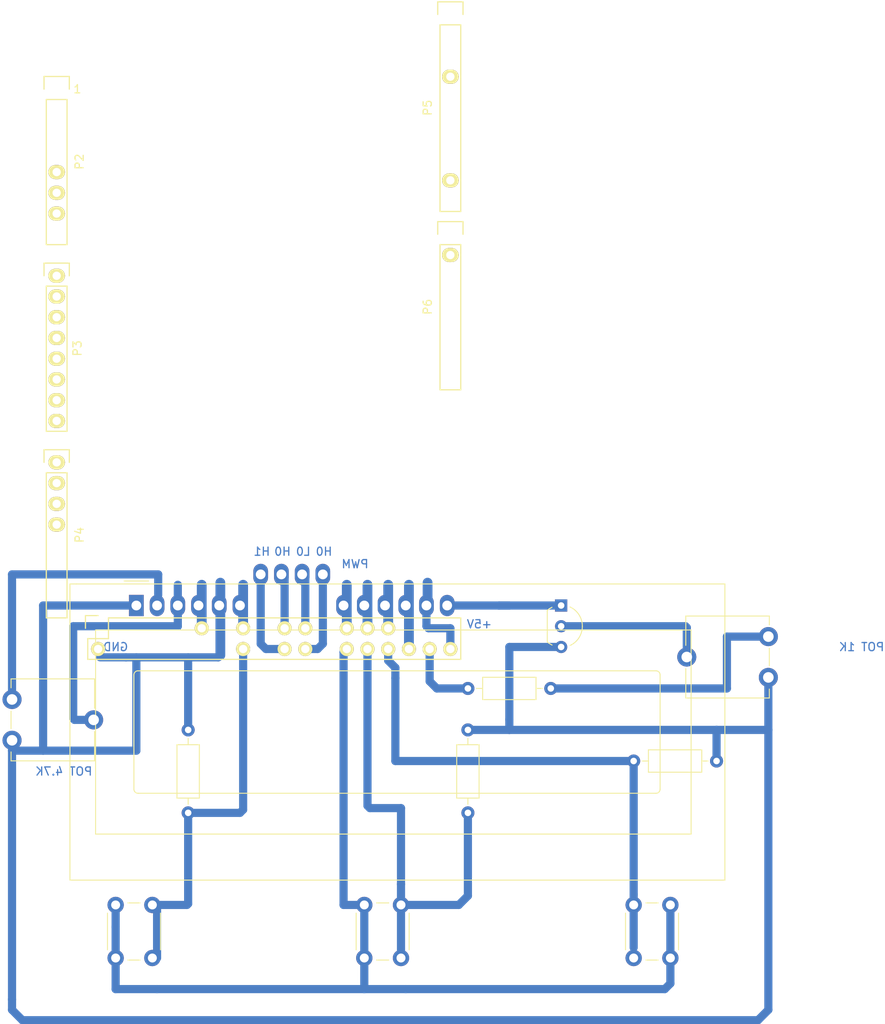
<source format=kicad_pcb>
(kicad_pcb (version 20171130) (host pcbnew 5.0.2-bee76a0~70~ubuntu18.10.1)

  (general
    (thickness 1.6)
    (drawings 10)
    (tracks 103)
    (zones 0)
    (modules 17)
    (nets 1)
  )

  (page A4 portrait)
  (layers
    (0 F.Cu signal)
    (31 B.Cu signal)
    (32 B.Adhes user)
    (33 F.Adhes user)
    (34 B.Paste user)
    (35 F.Paste user)
    (36 B.SilkS user)
    (37 F.SilkS user)
    (38 B.Mask user)
    (39 F.Mask user)
    (40 Dwgs.User user)
    (41 Cmts.User user)
    (42 Eco1.User user)
    (43 Eco2.User user)
    (44 Edge.Cuts user)
    (45 Margin user)
    (46 B.CrtYd user)
    (47 F.CrtYd user)
    (48 B.Fab user)
    (49 F.Fab user hide)
  )

  (setup
    (last_trace_width 1)
    (trace_clearance 0.2)
    (zone_clearance 0.508)
    (zone_45_only no)
    (trace_min 0.2)
    (segment_width 0.2)
    (edge_width 0.15)
    (via_size 0.8)
    (via_drill 0.4)
    (via_min_size 0.4)
    (via_min_drill 0.3)
    (uvia_size 0.3)
    (uvia_drill 0.1)
    (uvias_allowed no)
    (uvia_min_size 0.2)
    (uvia_min_drill 0.1)
    (pcb_text_width 0.3)
    (pcb_text_size 1.5 1.5)
    (mod_edge_width 0.15)
    (mod_text_size 1 1)
    (mod_text_width 0.15)
    (pad_size 1.524 1.524)
    (pad_drill 0.762)
    (pad_to_mask_clearance 0.051)
    (solder_mask_min_width 0.25)
    (aux_axis_origin 0 0)
    (visible_elements FFFFFF7F)
    (pcbplotparams
      (layerselection 0x010fc_ffffffff)
      (usegerberextensions false)
      (usegerberattributes false)
      (usegerberadvancedattributes false)
      (creategerberjobfile false)
      (excludeedgelayer true)
      (linewidth 0.100000)
      (plotframeref false)
      (viasonmask false)
      (mode 1)
      (useauxorigin false)
      (hpglpennumber 1)
      (hpglpenspeed 20)
      (hpglpendiameter 15.000000)
      (psnegative false)
      (psa4output false)
      (plotreference true)
      (plotvalue true)
      (plotinvisibletext false)
      (padsonsilk false)
      (subtractmaskfromsilk false)
      (outputformat 1)
      (mirror false)
      (drillshape 0)
      (scaleselection 1)
      (outputdirectory "./"))
  )

  (net 0 "")

  (net_class Default "This is the default net class."
    (clearance 0.2)
    (trace_width 1)
    (via_dia 0.8)
    (via_drill 0.4)
    (uvia_dia 0.3)
    (uvia_drill 0.1)
  )

  (module Socket_Arduino_Mega:Socket_Strip_Arduino_2x18 locked (layer F.Cu) (tedit 5C4F5883) (tstamp 5C3212E1)
    (at 72.780917 143.758441)
    (descr "Through hole socket strip")
    (tags "socket strip")
    (path /56D743B5)
    (fp_text reference "ARDUINO DIGITAL I/O" (at 23.739083 5.842) (layer B.Adhes)
      (effects (font (size 1 1) (thickness 0.15)) (justify mirror))
    )
    (fp_text value Digital (at 21.59 -4.572) (layer F.Fab)
      (effects (font (size 1 1) (thickness 0.15)))
    )
    (fp_line (start -1.55 -1.55) (end -1.55 0) (layer F.SilkS) (width 0.15))
    (fp_line (start 1.27 1.27) (end 1.27 -1.27) (layer F.SilkS) (width 0.15))
    (fp_line (start -1.27 1.27) (end 1.27 1.27) (layer F.SilkS) (width 0.15))
    (fp_line (start 0 -1.55) (end -1.55 -1.55) (layer F.SilkS) (width 0.15))
    (fp_line (start -1.27 3.81) (end -1.27 1.27) (layer F.SilkS) (width 0.15))
    (fp_line (start 44.45 3.81) (end 44.45 -1.27) (layer F.SilkS) (width 0.15))
    (fp_line (start 44.45 -1.27) (end 1.27 -1.27) (layer F.SilkS) (width 0.15))
    (fp_line (start -1.27 3.81) (end 44.45 3.81) (layer F.SilkS) (width 0.15))
    (fp_line (start -1.75 4.3) (end 44.95 4.3) (layer F.CrtYd) (width 0.05))
    (fp_line (start -1.75 -1.75) (end 44.95 -1.75) (layer F.CrtYd) (width 0.05))
    (fp_line (start 44.95 -1.75) (end 44.95 4.3) (layer F.CrtYd) (width 0.05))
    (fp_line (start -1.75 -1.75) (end -1.75 4.3) (layer F.CrtYd) (width 0.05))
    (pad 29 thru_hole oval (at 33.02 2.54) (size 1.7272 1.7272) (drill 1.016) (layers *.Cu *.Mask F.SilkS))
    (pad 31 thru_hole oval (at 30.48 2.54) (size 1.7272 1.7272) (drill 1.016) (layers *.Cu *.Mask F.SilkS))
    (pad 40 thru_hole oval (at 17.78 0) (size 1.7272 1.7272) (drill 1.016) (layers *.Cu *.Mask F.SilkS))
    (pad 55 thru_hole oval (at 0 2.54) (size 1.7272 1.7272) (drill 1.016) (layers *.Cu *.Mask F.SilkS))
    (pad 27 thru_hole oval (at 35.56 2.54) (size 1.7272 1.7272) (drill 1.016) (layers *.Cu *.Mask F.SilkS))
    (pad 25 thru_hole oval (at 38.1 2.54) (size 1.7272 1.7272) (drill 1.016) (layers *.Cu *.Mask F.SilkS))
    (pad 21 thru_hole oval (at 43.18 2.54) (size 1.7272 1.7272) (drill 1.016) (layers *.Cu *.Mask F.SilkS))
    (pad 26 thru_hole oval (at 35.56 0) (size 1.7272 1.7272) (drill 1.016) (layers *.Cu *.Mask F.SilkS))
    (pad 28 thru_hole oval (at 33.02 0) (size 1.7272 1.7272) (drill 1.016) (layers *.Cu *.Mask F.SilkS))
    (pad 30 thru_hole oval (at 30.48 0) (size 1.7272 1.7272) (drill 1.016) (layers *.Cu *.Mask F.SilkS))
    (pad 23 thru_hole oval (at 40.64 2.54) (size 1.7272 1.7272) (drill 1.016) (layers *.Cu *.Mask F.SilkS))
    (pad 44 thru_hole oval (at 12.7 0) (size 1.7272 1.7272) (drill 1.016) (layers *.Cu *.Mask F.SilkS))
    (pad 34 thru_hole oval (at 25.4 0) (size 1.7272 1.7272) (drill 1.016) (layers *.Cu *.Mask F.SilkS))
    (pad 36 thru_hole oval (at 22.86 0) (size 1.7272 1.7272) (drill 1.016) (layers *.Cu *.Mask F.SilkS))
    (pad 37 thru_hole oval (at 22.86 2.54) (size 1.7272 1.7272) (drill 1.016) (layers *.Cu *.Mask F.SilkS))
    (pad 35 thru_hole oval (at 25.4 2.54) (size 1.7272 1.7272) (drill 1.016) (layers *.Cu *.Mask F.SilkS))
    (pad 41 thru_hole oval (at 17.78 2.54) (size 1.7272 1.7272) (drill 1.016) (layers *.Cu *.Mask F.SilkS))
  )

  (module Display:WC1602A (layer F.Cu) (tedit 5C4F5673) (tstamp 5C3186EE)
    (at 77.47 140.97)
    (descr "LCD 16x2 http://www.wincomlcd.com/pdf/WC1602A-SFYLYHTC06.pdf")
    (tags "LCD 16x2 Alphanumeric 16pin")
    (fp_text reference LCD (at 8.753083 -4.820441) (layer B.Adhes)
      (effects (font (size 1 1) (thickness 0.15)) (justify mirror))
    )
    (fp_text value WC1602A (at -4.31 34.66) (layer F.Fab)
      (effects (font (size 1 1) (thickness 0.15)))
    )
    (fp_line (start -8 33.5) (end -8 -2.5) (layer F.Fab) (width 0.1))
    (fp_line (start 72 33.5) (end -8 33.5) (layer F.Fab) (width 0.1))
    (fp_line (start 72 -2.5) (end 72 33.5) (layer F.Fab) (width 0.1))
    (fp_line (start 1 -2.5) (end 72 -2.5) (layer F.Fab) (width 0.1))
    (fp_line (start -5 28) (end -5 3) (layer F.SilkS) (width 0.12))
    (fp_line (start 68 28) (end -5 28) (layer F.SilkS) (width 0.12))
    (fp_line (start 68 3) (end 68 28) (layer F.SilkS) (width 0.12))
    (fp_line (start -5 3) (end 68 3) (layer F.SilkS) (width 0.12))
    (fp_arc (start 0.20066 8.49884) (end -0.29972 8.49884) (angle 90) (layer F.SilkS) (width 0.12))
    (fp_arc (start 0.20066 22.49932) (end 0.20066 22.9997) (angle 90) (layer F.SilkS) (width 0.12))
    (fp_arc (start 63.70066 22.49932) (end 64.20104 22.49932) (angle 90) (layer F.SilkS) (width 0.12))
    (fp_arc (start 63.7 8.5) (end 63.7 8) (angle 90) (layer F.SilkS) (width 0.12))
    (fp_line (start 64.2 8.5) (end 64.2 22.5) (layer F.SilkS) (width 0.12))
    (fp_line (start 63.70066 23) (end 0.2 23) (layer F.SilkS) (width 0.12))
    (fp_line (start -0.29972 22.49932) (end -0.29972 8.5) (layer F.SilkS) (width 0.12))
    (fp_line (start 0.2 8) (end 63.7 8) (layer F.SilkS) (width 0.12))
    (fp_text user %R (at 30.37 14.74) (layer F.Fab)
      (effects (font (size 1 1) (thickness 0.1)))
    )
    (fp_line (start -1 -2.5) (end -8 -2.5) (layer F.Fab) (width 0.1))
    (fp_line (start 0 -1.5) (end -1 -2.5) (layer F.Fab) (width 0.1))
    (fp_line (start 1 -2.5) (end 0 -1.5) (layer F.Fab) (width 0.1))
    (fp_line (start -8.25 -2.75) (end 72.25 -2.75) (layer F.CrtYd) (width 0.05))
    (fp_line (start -1.5 -3) (end 1.5 -3) (layer F.SilkS) (width 0.12))
    (fp_line (start 72.25 -2.75) (end 72.25 33.75) (layer F.CrtYd) (width 0.05))
    (fp_line (start -8.25 33.75) (end 72.25 33.75) (layer F.CrtYd) (width 0.05))
    (fp_line (start -8.25 -2.75) (end -8.25 33.75) (layer F.CrtYd) (width 0.05))
    (fp_line (start -8.13 -2.64) (end -7.34 -2.64) (layer F.SilkS) (width 0.12))
    (fp_line (start -8.14 -2.64) (end -8.14 33.64) (layer F.SilkS) (width 0.12))
    (fp_line (start 72.14 -2.64) (end -7.34 -2.64) (layer F.SilkS) (width 0.12))
    (fp_line (start 72.14 33.64) (end 72.14 -2.64) (layer F.SilkS) (width 0.12))
    (fp_line (start -8.14 33.64) (end 72.14 33.64) (layer F.SilkS) (width 0.12))
    (pad 16 thru_hole oval (at 38.1 0) (size 1.8 2.6) (drill 1.2) (layers *.Cu *.Mask))
    (pad 15 thru_hole oval (at 35.56 0) (size 1.8 2.6) (drill 1.2) (layers *.Cu *.Mask))
    (pad 14 thru_hole oval (at 33.02 0) (size 1.8 2.6) (drill 1.2) (layers *.Cu *.Mask))
    (pad 13 thru_hole oval (at 30.48 0) (size 1.8 2.6) (drill 1.2) (layers *.Cu *.Mask))
    (pad 12 thru_hole oval (at 27.94 0) (size 1.8 2.6) (drill 1.2) (layers *.Cu *.Mask))
    (pad 11 thru_hole oval (at 25.4 0) (size 1.8 2.6) (drill 1.2) (layers *.Cu *.Mask))
    (pad 10 thru_hole oval (at 22.86 -3.81) (size 1.8 2.6) (drill 1.2) (layers *.Cu *.Mask))
    (pad 9 thru_hole oval (at 20.32 -3.81) (size 1.8 2.6) (drill 1.2) (layers *.Cu *.Mask))
    (pad 8 thru_hole oval (at 17.78 -3.81) (size 1.8 2.6) (drill 1.2) (layers *.Cu *.Mask))
    (pad 7 thru_hole oval (at 15.24 -3.81) (size 1.8 2.6) (drill 1.2) (layers *.Cu *.Mask))
    (pad 6 thru_hole oval (at 12.7 0) (size 1.8 2.6) (drill 1.2) (layers *.Cu *.Mask))
    (pad 5 thru_hole oval (at 10.16 0) (size 1.8 2.6) (drill 1.2) (layers *.Cu *.Mask))
    (pad 4 thru_hole oval (at 7.62 0) (size 1.8 2.6) (drill 1.2) (layers *.Cu *.Mask))
    (pad 3 thru_hole oval (at 5.08 0) (size 1.8 2.6) (drill 1.2) (layers *.Cu *.Mask))
    (pad 2 thru_hole oval (at 2.54 0) (size 1.8 2.6) (drill 1.2) (layers *.Cu *.Mask))
    (pad 1 thru_hole rect (at 0 0) (size 1.8 2.6) (drill 1.2) (layers *.Cu *.Mask))
    (model ${KISYS3DMOD}/Display.3dshapes/WC1602A.wrl
      (at (xyz 0 0 0))
      (scale (xyz 1 1 1))
      (rotate (xyz 0 0 0))
    )
  )

  (module Socket_Arduino_Mega:Socket_Strip_Arduino_1x08 locked (layer F.Cu) (tedit 5C322F4C) (tstamp 5C321340)
    (at 67.700917 77.718441 270)
    (descr "Through hole socket strip")
    (tags "socket strip")
    (path /56D71773)
    (fp_text reference P2 (at 8.89 -2.794 270) (layer F.SilkS)
      (effects (font (size 1 1) (thickness 0.15)))
    )
    (fp_text value Power (at 8.89 -4.318 270) (layer F.Fab)
      (effects (font (size 1 1) (thickness 0.15)))
    )
    (fp_line (start -1.55 -1.55) (end -1.55 1.55) (layer F.SilkS) (width 0.15))
    (fp_line (start 0 -1.55) (end -1.55 -1.55) (layer F.SilkS) (width 0.15))
    (fp_line (start 1.27 1.27) (end 1.27 -1.27) (layer F.SilkS) (width 0.15))
    (fp_line (start -1.55 1.55) (end 0 1.55) (layer F.SilkS) (width 0.15))
    (fp_line (start 19.05 -1.27) (end 1.27 -1.27) (layer F.SilkS) (width 0.15))
    (fp_line (start 19.05 1.27) (end 19.05 -1.27) (layer F.SilkS) (width 0.15))
    (fp_line (start 1.27 1.27) (end 19.05 1.27) (layer F.SilkS) (width 0.15))
    (fp_line (start -1.75 1.75) (end 19.55 1.75) (layer F.CrtYd) (width 0.05))
    (fp_line (start -1.75 -1.75) (end 19.55 -1.75) (layer F.CrtYd) (width 0.05))
    (fp_line (start 19.55 -1.75) (end 19.55 1.75) (layer F.CrtYd) (width 0.05))
    (fp_line (start -1.75 -1.75) (end -1.75 1.75) (layer F.CrtYd) (width 0.05))
    (pad 7 thru_hole oval (at 15.24 0 270) (size 1.7272 2.032) (drill 1.016) (layers *.Cu *.Mask F.SilkS))
    (pad 6 thru_hole oval (at 12.7 0 270) (size 1.7272 2.032) (drill 1.016) (layers *.Cu *.Mask F.SilkS))
    (pad 5 thru_hole oval (at 10.16 0 270) (size 1.7272 2.032) (drill 1.016) (layers *.Cu *.Mask F.SilkS))
  )

  (module Resistor_THT:R_Axial_DIN0207_L6.3mm_D2.5mm_P10.16mm_Horizontal (layer F.Cu) (tedit 5C3CA538) (tstamp 5C3248A5)
    (at 128.27 151.13 180)
    (descr "Resistor, Axial_DIN0207 series, Axial, Horizontal, pin pitch=10.16mm, 0.25W = 1/4W, length*diameter=6.3*2.5mm^2, http://cdn-reichelt.de/documents/datenblatt/B400/1_4W%23YAG.pdf")
    (tags "Resistor Axial_DIN0207 series Axial Horizontal pin pitch 10.16mm 0.25W = 1/4W length 6.3mm diameter 2.5mm")
    (fp_text reference "1.5 K" (at 7.360441 1.133083 270) (layer B.Adhes)
      (effects (font (size 1 1) (thickness 0.15)) (justify mirror))
    )
    (fp_text value R_Axial_DIN0207_L6.3mm_D2.5mm_P10.16mm_Horizontal (at 5.08 2.37 180) (layer F.Fab)
      (effects (font (size 1 1) (thickness 0.15)))
    )
    (fp_text user %R (at 5.08 0 180) (layer F.Fab)
      (effects (font (size 1 1) (thickness 0.15)))
    )
    (fp_line (start 11.21 -1.5) (end -1.05 -1.5) (layer F.CrtYd) (width 0.05))
    (fp_line (start 11.21 1.5) (end 11.21 -1.5) (layer F.CrtYd) (width 0.05))
    (fp_line (start -1.05 1.5) (end 11.21 1.5) (layer F.CrtYd) (width 0.05))
    (fp_line (start -1.05 -1.5) (end -1.05 1.5) (layer F.CrtYd) (width 0.05))
    (fp_line (start 9.12 0) (end 8.35 0) (layer F.SilkS) (width 0.12))
    (fp_line (start 1.04 0) (end 1.81 0) (layer F.SilkS) (width 0.12))
    (fp_line (start 8.35 -1.37) (end 1.81 -1.37) (layer F.SilkS) (width 0.12))
    (fp_line (start 8.35 1.37) (end 8.35 -1.37) (layer F.SilkS) (width 0.12))
    (fp_line (start 1.81 1.37) (end 8.35 1.37) (layer F.SilkS) (width 0.12))
    (fp_line (start 1.81 -1.37) (end 1.81 1.37) (layer F.SilkS) (width 0.12))
    (fp_line (start 10.16 0) (end 8.23 0) (layer F.Fab) (width 0.1))
    (fp_line (start 0 0) (end 1.93 0) (layer F.Fab) (width 0.1))
    (fp_line (start 8.23 -1.25) (end 1.93 -1.25) (layer F.Fab) (width 0.1))
    (fp_line (start 8.23 1.25) (end 8.23 -1.25) (layer F.Fab) (width 0.1))
    (fp_line (start 1.93 1.25) (end 8.23 1.25) (layer F.Fab) (width 0.1))
    (fp_line (start 1.93 -1.25) (end 1.93 1.25) (layer F.Fab) (width 0.1))
    (pad 2 thru_hole oval (at 10.16 0 180) (size 1.6 1.6) (drill 0.8) (layers *.Cu *.Mask))
    (pad 1 thru_hole circle (at 0 0 180) (size 1.6 1.6) (drill 0.8) (layers *.Cu *.Mask))
    (model ${KISYS3DMOD}/Resistor_THT.3dshapes/R_Axial_DIN0207_L6.3mm_D2.5mm_P10.16mm_Horizontal.wrl
      (at (xyz 0 0 0))
      (scale (xyz 1 1 1))
      (rotate (xyz 0 0 0))
    )
  )

  (module Resistor_THT:R_Axial_DIN0207_L6.3mm_D2.5mm_P10.16mm_Horizontal (layer F.Cu) (tedit 5C3CA551) (tstamp 5C32391D)
    (at 148.59 160.02 180)
    (descr "Resistor, Axial_DIN0207 series, Axial, Horizontal, pin pitch=10.16mm, 0.25W = 1/4W, length*diameter=6.3*2.5mm^2, http://cdn-reichelt.de/documents/datenblatt/B400/1_4W%23YAG.pdf")
    (tags "Resistor Axial_DIN0207 series Axial Horizontal pin pitch 10.16mm 0.25W = 1/4W length 6.3mm diameter 2.5mm")
    (fp_text reference "10 K" (at 5.08 0 90) (layer B.Adhes)
      (effects (font (size 1 1) (thickness 0.15)) (justify mirror))
    )
    (fp_text value R_Axial_DIN0207_L6.3mm_D2.5mm_P10.16mm_Horizontal (at 5.08 2.37 180) (layer F.Fab)
      (effects (font (size 1 1) (thickness 0.15)))
    )
    (fp_text user %R (at 5.08 0 180) (layer F.Fab)
      (effects (font (size 1 1) (thickness 0.15)))
    )
    (fp_line (start 11.21 -1.5) (end -1.05 -1.5) (layer F.CrtYd) (width 0.05))
    (fp_line (start 11.21 1.5) (end 11.21 -1.5) (layer F.CrtYd) (width 0.05))
    (fp_line (start -1.05 1.5) (end 11.21 1.5) (layer F.CrtYd) (width 0.05))
    (fp_line (start -1.05 -1.5) (end -1.05 1.5) (layer F.CrtYd) (width 0.05))
    (fp_line (start 9.12 0) (end 8.35 0) (layer F.SilkS) (width 0.12))
    (fp_line (start 1.04 0) (end 1.81 0) (layer F.SilkS) (width 0.12))
    (fp_line (start 8.35 -1.37) (end 1.81 -1.37) (layer F.SilkS) (width 0.12))
    (fp_line (start 8.35 1.37) (end 8.35 -1.37) (layer F.SilkS) (width 0.12))
    (fp_line (start 1.81 1.37) (end 8.35 1.37) (layer F.SilkS) (width 0.12))
    (fp_line (start 1.81 -1.37) (end 1.81 1.37) (layer F.SilkS) (width 0.12))
    (fp_line (start 10.16 0) (end 8.23 0) (layer F.Fab) (width 0.1))
    (fp_line (start 0 0) (end 1.93 0) (layer F.Fab) (width 0.1))
    (fp_line (start 8.23 -1.25) (end 1.93 -1.25) (layer F.Fab) (width 0.1))
    (fp_line (start 8.23 1.25) (end 8.23 -1.25) (layer F.Fab) (width 0.1))
    (fp_line (start 1.93 1.25) (end 8.23 1.25) (layer F.Fab) (width 0.1))
    (fp_line (start 1.93 -1.25) (end 1.93 1.25) (layer F.Fab) (width 0.1))
    (pad 2 thru_hole oval (at 10.16 0 180) (size 1.6 1.6) (drill 0.8) (layers *.Cu *.Mask))
    (pad 1 thru_hole circle (at 0 0 180) (size 1.6 1.6) (drill 0.8) (layers *.Cu *.Mask))
    (model ${KISYS3DMOD}/Resistor_THT.3dshapes/R_Axial_DIN0207_L6.3mm_D2.5mm_P10.16mm_Horizontal.wrl
      (at (xyz 0 0 0))
      (scale (xyz 1 1 1))
      (rotate (xyz 0 0 0))
    )
  )

  (module Resistor_THT:R_Axial_DIN0207_L6.3mm_D2.5mm_P10.16mm_Horizontal (layer F.Cu) (tedit 5C3CA5F9) (tstamp 5C32391D)
    (at 118.11 156.21 270)
    (descr "Resistor, Axial_DIN0207 series, Axial, Horizontal, pin pitch=10.16mm, 0.25W = 1/4W, length*diameter=6.3*2.5mm^2, http://cdn-reichelt.de/documents/datenblatt/B400/1_4W%23YAG.pdf")
    (tags "Resistor Axial_DIN0207 series Axial Horizontal pin pitch 10.16mm 0.25W = 1/4W length 6.3mm diameter 2.5mm")
    (fp_text reference "10 K" (at 5.08 0) (layer B.Adhes)
      (effects (font (size 1 1) (thickness 0.15)) (justify mirror))
    )
    (fp_text value R_Axial_DIN0207_L6.3mm_D2.5mm_P10.16mm_Horizontal (at 5.08 2.37 270) (layer F.Fab) hide
      (effects (font (size 1 1) (thickness 0.15)))
    )
    (fp_line (start 1.93 -1.25) (end 1.93 1.25) (layer F.Fab) (width 0.1))
    (fp_line (start 1.93 1.25) (end 8.23 1.25) (layer F.Fab) (width 0.1))
    (fp_line (start 8.23 1.25) (end 8.23 -1.25) (layer F.Fab) (width 0.1))
    (fp_line (start 8.23 -1.25) (end 1.93 -1.25) (layer F.Fab) (width 0.1))
    (fp_line (start 0 0) (end 1.93 0) (layer F.Fab) (width 0.1))
    (fp_line (start 10.16 0) (end 8.23 0) (layer F.Fab) (width 0.1))
    (fp_line (start 1.81 -1.37) (end 1.81 1.37) (layer F.SilkS) (width 0.12))
    (fp_line (start 1.81 1.37) (end 8.35 1.37) (layer F.SilkS) (width 0.12))
    (fp_line (start 8.35 1.37) (end 8.35 -1.37) (layer F.SilkS) (width 0.12))
    (fp_line (start 8.35 -1.37) (end 1.81 -1.37) (layer F.SilkS) (width 0.12))
    (fp_line (start 1.04 0) (end 1.81 0) (layer F.SilkS) (width 0.12))
    (fp_line (start 9.12 0) (end 8.35 0) (layer F.SilkS) (width 0.12))
    (fp_line (start -1.05 -1.5) (end -1.05 1.5) (layer F.CrtYd) (width 0.05))
    (fp_line (start -1.05 1.5) (end 11.21 1.5) (layer F.CrtYd) (width 0.05))
    (fp_line (start 11.21 1.5) (end 11.21 -1.5) (layer F.CrtYd) (width 0.05))
    (fp_line (start 11.21 -1.5) (end -1.05 -1.5) (layer F.CrtYd) (width 0.05))
    (fp_text user %R (at 5.08 0 270) (layer F.Fab)
      (effects (font (size 1 1) (thickness 0.15)))
    )
    (pad 1 thru_hole circle (at 0 0 270) (size 1.6 1.6) (drill 0.8) (layers *.Cu *.Mask))
    (pad 2 thru_hole oval (at 10.16 0 270) (size 1.6 1.6) (drill 0.8) (layers *.Cu *.Mask))
    (model ${KISYS3DMOD}/Resistor_THT.3dshapes/R_Axial_DIN0207_L6.3mm_D2.5mm_P10.16mm_Horizontal.wrl
      (at (xyz 0 0 0))
      (scale (xyz 1 1 1))
      (rotate (xyz 0 0 0))
    )
  )

  (module Socket_Arduino_Mega:Socket_Strip_Arduino_1x08 locked (layer F.Cu) (tedit 5C31FEFF) (tstamp 5C3212AA)
    (at 115.960917 95.498441 270)
    (descr "Through hole socket strip")
    (tags "socket strip")
    (path /56D734D0)
    (fp_text reference P6 (at 8.89 2.794 270) (layer F.SilkS)
      (effects (font (size 1 1) (thickness 0.15)))
    )
    (fp_text value PWM (at 8.89 4.318 270) (layer F.Fab)
      (effects (font (size 1 1) (thickness 0.15)))
    )
    (fp_line (start -1.55 -1.55) (end -1.55 1.55) (layer F.SilkS) (width 0.15))
    (fp_line (start 0 -1.55) (end -1.55 -1.55) (layer F.SilkS) (width 0.15))
    (fp_line (start 1.27 1.27) (end 1.27 -1.27) (layer F.SilkS) (width 0.15))
    (fp_line (start -1.55 1.55) (end 0 1.55) (layer F.SilkS) (width 0.15))
    (fp_line (start 19.05 -1.27) (end 1.27 -1.27) (layer F.SilkS) (width 0.15))
    (fp_line (start 19.05 1.27) (end 19.05 -1.27) (layer F.SilkS) (width 0.15))
    (fp_line (start 1.27 1.27) (end 19.05 1.27) (layer F.SilkS) (width 0.15))
    (fp_line (start -1.75 1.75) (end 19.55 1.75) (layer F.CrtYd) (width 0.05))
    (fp_line (start -1.75 -1.75) (end 19.55 -1.75) (layer F.CrtYd) (width 0.05))
    (fp_line (start 19.55 -1.75) (end 19.55 1.75) (layer F.CrtYd) (width 0.05))
    (fp_line (start -1.75 -1.75) (end -1.75 1.75) (layer F.CrtYd) (width 0.05))
    (pad 2 thru_hole oval (at 2.54 0 270) (size 1.7272 2.032) (drill 1.016) (layers *.Cu *.Mask F.SilkS))
  )

  (module Socket_Arduino_Mega:Socket_Strip_Arduino_1x10 locked (layer F.Cu) (tedit 5C31FEC3) (tstamp 5C321291)
    (at 115.960917 68.574441 270)
    (descr "Through hole socket strip")
    (tags "socket strip")
    (path /56D72368)
    (fp_text reference P5 (at 11.43 2.794 270) (layer F.SilkS)
      (effects (font (size 1 1) (thickness 0.15)))
    )
    (fp_text value PWM (at 11.43 4.318 270) (layer F.Fab)
      (effects (font (size 1 1) (thickness 0.15)))
    )
    (fp_line (start -1.55 -1.55) (end -1.55 1.55) (layer F.SilkS) (width 0.15))
    (fp_line (start 0 -1.55) (end -1.55 -1.55) (layer F.SilkS) (width 0.15))
    (fp_line (start 1.27 1.27) (end 1.27 -1.27) (layer F.SilkS) (width 0.15))
    (fp_line (start -1.55 1.55) (end 0 1.55) (layer F.SilkS) (width 0.15))
    (fp_line (start 24.13 -1.27) (end 1.27 -1.27) (layer F.SilkS) (width 0.15))
    (fp_line (start 24.13 1.27) (end 24.13 -1.27) (layer F.SilkS) (width 0.15))
    (fp_line (start 1.27 1.27) (end 24.13 1.27) (layer F.SilkS) (width 0.15))
    (fp_line (start -1.75 1.75) (end 24.65 1.75) (layer F.CrtYd) (width 0.05))
    (fp_line (start -1.75 -1.75) (end 24.65 -1.75) (layer F.CrtYd) (width 0.05))
    (fp_line (start 24.65 -1.75) (end 24.65 1.75) (layer F.CrtYd) (width 0.05))
    (fp_line (start -1.75 -1.75) (end -1.75 1.75) (layer F.CrtYd) (width 0.05))
    (pad 9 thru_hole oval (at 20.32 0 270) (size 1.7272 2.032) (drill 1.016) (layers *.Cu *.Mask F.SilkS))
    (pad 4 thru_hole oval (at 7.62 0 270) (size 1.7272 2.032) (drill 1.016) (layers *.Cu *.Mask F.SilkS))
  )

  (module Socket_Arduino_Mega:Socket_Strip_Arduino_1x08 locked (layer F.Cu) (tedit 5C31FE45) (tstamp 5C321314)
    (at 67.700917 123.438441 270)
    (descr "Through hole socket strip")
    (tags "socket strip")
    (path /56D73A0E)
    (fp_text reference P4 (at 8.89 -2.794 270) (layer F.SilkS)
      (effects (font (size 1 1) (thickness 0.15)))
    )
    (fp_text value Analog (at 8.89 -4.318 270) (layer F.Fab)
      (effects (font (size 1 1) (thickness 0.15)))
    )
    (fp_line (start -1.55 -1.55) (end -1.55 1.55) (layer F.SilkS) (width 0.15))
    (fp_line (start 0 -1.55) (end -1.55 -1.55) (layer F.SilkS) (width 0.15))
    (fp_line (start 1.27 1.27) (end 1.27 -1.27) (layer F.SilkS) (width 0.15))
    (fp_line (start -1.55 1.55) (end 0 1.55) (layer F.SilkS) (width 0.15))
    (fp_line (start 19.05 -1.27) (end 1.27 -1.27) (layer F.SilkS) (width 0.15))
    (fp_line (start 19.05 1.27) (end 19.05 -1.27) (layer F.SilkS) (width 0.15))
    (fp_line (start 1.27 1.27) (end 19.05 1.27) (layer F.SilkS) (width 0.15))
    (fp_line (start -1.75 1.75) (end 19.55 1.75) (layer F.CrtYd) (width 0.05))
    (fp_line (start -1.75 -1.75) (end 19.55 -1.75) (layer F.CrtYd) (width 0.05))
    (fp_line (start 19.55 -1.75) (end 19.55 1.75) (layer F.CrtYd) (width 0.05))
    (fp_line (start -1.75 -1.75) (end -1.75 1.75) (layer F.CrtYd) (width 0.05))
    (pad 4 thru_hole oval (at 7.62 0 270) (size 1.7272 2.032) (drill 1.016) (layers *.Cu *.Mask F.SilkS))
    (pad 3 thru_hole oval (at 5.08 0 270) (size 1.7272 2.032) (drill 1.016) (layers *.Cu *.Mask F.SilkS))
    (pad 2 thru_hole oval (at 2.54 0 270) (size 1.7272 2.032) (drill 1.016) (layers *.Cu *.Mask F.SilkS))
    (pad 1 thru_hole oval (at 0 0 270) (size 1.7272 2.032) (drill 1.016) (layers *.Cu *.Mask F.SilkS))
  )

  (module Socket_Arduino_Mega:Socket_Strip_Arduino_1x08 locked (layer F.Cu) (tedit 5521677D) (tstamp 5C32132A)
    (at 67.700917 100.578441 270)
    (descr "Through hole socket strip")
    (tags "socket strip")
    (path /56D72F1C)
    (fp_text reference P3 (at 8.89 -2.54 270) (layer F.SilkS)
      (effects (font (size 1 1) (thickness 0.15)))
    )
    (fp_text value Analog (at 8.89 -4.318 270) (layer F.Fab)
      (effects (font (size 1 1) (thickness 0.15)))
    )
    (fp_line (start -1.55 -1.55) (end -1.55 1.55) (layer F.SilkS) (width 0.15))
    (fp_line (start 0 -1.55) (end -1.55 -1.55) (layer F.SilkS) (width 0.15))
    (fp_line (start 1.27 1.27) (end 1.27 -1.27) (layer F.SilkS) (width 0.15))
    (fp_line (start -1.55 1.55) (end 0 1.55) (layer F.SilkS) (width 0.15))
    (fp_line (start 19.05 -1.27) (end 1.27 -1.27) (layer F.SilkS) (width 0.15))
    (fp_line (start 19.05 1.27) (end 19.05 -1.27) (layer F.SilkS) (width 0.15))
    (fp_line (start 1.27 1.27) (end 19.05 1.27) (layer F.SilkS) (width 0.15))
    (fp_line (start -1.75 1.75) (end 19.55 1.75) (layer F.CrtYd) (width 0.05))
    (fp_line (start -1.75 -1.75) (end 19.55 -1.75) (layer F.CrtYd) (width 0.05))
    (fp_line (start 19.55 -1.75) (end 19.55 1.75) (layer F.CrtYd) (width 0.05))
    (fp_line (start -1.75 -1.75) (end -1.75 1.75) (layer F.CrtYd) (width 0.05))
    (pad 8 thru_hole oval (at 17.78 0 270) (size 1.7272 2.032) (drill 1.016) (layers *.Cu *.Mask F.SilkS))
    (pad 7 thru_hole oval (at 15.24 0 270) (size 1.7272 2.032) (drill 1.016) (layers *.Cu *.Mask F.SilkS))
    (pad 6 thru_hole oval (at 12.7 0 270) (size 1.7272 2.032) (drill 1.016) (layers *.Cu *.Mask F.SilkS))
    (pad 5 thru_hole oval (at 10.16 0 270) (size 1.7272 2.032) (drill 1.016) (layers *.Cu *.Mask F.SilkS))
    (pad 4 thru_hole oval (at 7.62 0 270) (size 1.7272 2.032) (drill 1.016) (layers *.Cu *.Mask F.SilkS))
    (pad 3 thru_hole oval (at 5.08 0 270) (size 1.7272 2.032) (drill 1.016) (layers *.Cu *.Mask F.SilkS))
    (pad 2 thru_hole oval (at 2.54 0 270) (size 1.7272 2.032) (drill 1.016) (layers *.Cu *.Mask F.SilkS))
    (pad 1 thru_hole oval (at 0 0 270) (size 1.7272 2.032) (drill 1.016) (layers *.Cu *.Mask F.SilkS))
  )

  (module Potentiometer_THT:Potentiometer_ACP_CA9-V10_Vertical (layer F.Cu) (tedit 5C3CABD6) (tstamp 5C32B9C1)
    (at 154.94 144.78 180)
    (descr "Potentiometer, vertical, ACP CA9-V10, http://www.acptechnologies.com/wp-content/uploads/2017/05/02-ACP-CA9-CE9.pdf")
    (tags "Potentiometer vertical ACP CA9-V10")
    (fp_text reference "BRILHO LCD" (at 12.7 3.81 270) (layer B.Adhes)
      (effects (font (size 1 1) (thickness 0.15)) (justify mirror))
    )
    (fp_text value Potentiometer_ACP_CA9-V10_Vertical (at 5 3.65 180) (layer F.Fab)
      (effects (font (size 1 1) (thickness 0.15)))
    )
    (fp_circle (center 5 -2.5) (end 6.05 -2.5) (layer F.Fab) (width 0.1))
    (fp_line (start 0 -7.4) (end 0 2.4) (layer F.Fab) (width 0.1))
    (fp_line (start 0 2.4) (end 10 2.4) (layer F.Fab) (width 0.1))
    (fp_line (start 10 2.4) (end 10 -7.4) (layer F.Fab) (width 0.1))
    (fp_line (start 10 -7.4) (end 0 -7.4) (layer F.Fab) (width 0.1))
    (fp_line (start -0.12 -7.521) (end 10.12 -7.521) (layer F.SilkS) (width 0.12))
    (fp_line (start -0.12 2.52) (end 10.12 2.52) (layer F.SilkS) (width 0.12))
    (fp_line (start -0.12 -7.521) (end -0.12 -6.426) (layer F.SilkS) (width 0.12))
    (fp_line (start -0.12 -3.574) (end -0.12 -1.425) (layer F.SilkS) (width 0.12))
    (fp_line (start -0.12 1.425) (end -0.12 2.52) (layer F.SilkS) (width 0.12))
    (fp_line (start 10.12 -7.521) (end 10.12 -3.925) (layer F.SilkS) (width 0.12))
    (fp_line (start 10.12 -1.075) (end 10.12 2.52) (layer F.SilkS) (width 0.12))
    (fp_line (start -1.45 -7.65) (end -1.45 2.7) (layer F.CrtYd) (width 0.05))
    (fp_line (start -1.45 2.7) (end 11.45 2.7) (layer F.CrtYd) (width 0.05))
    (fp_line (start 11.45 2.7) (end 11.45 -7.65) (layer F.CrtYd) (width 0.05))
    (fp_line (start 11.45 -7.65) (end -1.45 -7.65) (layer F.CrtYd) (width 0.05))
    (fp_text user %R (at 1 -2.5 -90) (layer F.Fab)
      (effects (font (size 1 1) (thickness 0.15)))
    )
    (pad 3 thru_hole circle (at 0 -5 180) (size 2.34 2.34) (drill 1.3) (layers *.Cu *.Mask))
    (pad 2 thru_hole circle (at 10 -2.5 180) (size 2.34 2.34) (drill 1.3) (layers *.Cu *.Mask))
    (pad 1 thru_hole circle (at 0 0 180) (size 2.34 2.34) (drill 1.3) (layers *.Cu *.Mask))
    (model ${KISYS3DMOD}/Potentiometers.3dshapes/Potentiometer_Trimmer_ACP_CA9v_Horizontal_Px10.0mm_Py5.0mm.wrl
      (at (xyz 0 0 0))
      (scale (xyz 0.4 0.4 0.325))
      (rotate (xyz 0 0 0))
    )
  )

  (module Button_Switch_THT:SW_PUSH_6mm_H7.3mm (layer F.Cu) (tedit 5C3CA603) (tstamp 5C327B2F)
    (at 74.93 184.15 90)
    (descr "tactile push button, 6x6mm e.g. PHAP33xx series, height=7.3mm")
    (tags "tact sw push 6mm")
    (fp_text reference "B1 DIMINUI" (at 11.43 6.35 180) (layer B.Adhes)
      (effects (font (size 1 1) (thickness 0.15)) (justify mirror))
    )
    (fp_text value SW_PUSH_6mm_H7.3mm (at 3.75 6.7 90) (layer F.Fab)
      (effects (font (size 1 1) (thickness 0.15)))
    )
    (fp_circle (center 3.25 2.25) (end 1.25 2.5) (layer F.Fab) (width 0.1))
    (fp_line (start 6.75 3) (end 6.75 1.5) (layer F.SilkS) (width 0.12))
    (fp_line (start 5.5 -1) (end 1 -1) (layer F.SilkS) (width 0.12))
    (fp_line (start -0.25 1.5) (end -0.25 3) (layer F.SilkS) (width 0.12))
    (fp_line (start 1 5.5) (end 5.5 5.5) (layer F.SilkS) (width 0.12))
    (fp_line (start 8 -1.25) (end 8 5.75) (layer F.CrtYd) (width 0.05))
    (fp_line (start 7.75 6) (end -1.25 6) (layer F.CrtYd) (width 0.05))
    (fp_line (start -1.5 5.75) (end -1.5 -1.25) (layer F.CrtYd) (width 0.05))
    (fp_line (start -1.25 -1.5) (end 7.75 -1.5) (layer F.CrtYd) (width 0.05))
    (fp_line (start -1.5 6) (end -1.25 6) (layer F.CrtYd) (width 0.05))
    (fp_line (start -1.5 5.75) (end -1.5 6) (layer F.CrtYd) (width 0.05))
    (fp_line (start -1.5 -1.5) (end -1.25 -1.5) (layer F.CrtYd) (width 0.05))
    (fp_line (start -1.5 -1.25) (end -1.5 -1.5) (layer F.CrtYd) (width 0.05))
    (fp_line (start 8 -1.5) (end 8 -1.25) (layer F.CrtYd) (width 0.05))
    (fp_line (start 7.75 -1.5) (end 8 -1.5) (layer F.CrtYd) (width 0.05))
    (fp_line (start 8 6) (end 8 5.75) (layer F.CrtYd) (width 0.05))
    (fp_line (start 7.75 6) (end 8 6) (layer F.CrtYd) (width 0.05))
    (fp_line (start 0.25 -0.75) (end 3.25 -0.75) (layer F.Fab) (width 0.1))
    (fp_line (start 0.25 5.25) (end 0.25 -0.75) (layer F.Fab) (width 0.1))
    (fp_line (start 6.25 5.25) (end 0.25 5.25) (layer F.Fab) (width 0.1))
    (fp_line (start 6.25 -0.75) (end 6.25 5.25) (layer F.Fab) (width 0.1))
    (fp_line (start 3.25 -0.75) (end 6.25 -0.75) (layer F.Fab) (width 0.1))
    (fp_text user %R (at 3.25 2.25 90) (layer F.Fab)
      (effects (font (size 1 1) (thickness 0.15)))
    )
    (pad 1 thru_hole circle (at 6.5 0 180) (size 2 2) (drill 1.1) (layers *.Cu *.Mask))
    (pad 2 thru_hole circle (at 6.5 4.5 180) (size 2 2) (drill 1.1) (layers *.Cu *.Mask))
    (pad 1 thru_hole circle (at 0 0 180) (size 2 2) (drill 1.1) (layers *.Cu *.Mask))
    (pad 2 thru_hole circle (at 0 4.5 180) (size 2 2) (drill 1.1) (layers *.Cu *.Mask))
    (model ${KISYS3DMOD}/Button_Switch_THT.3dshapes/SW_PUSH_6mm_H7.3mm.wrl
      (at (xyz 0 0 0))
      (scale (xyz 1 1 1))
      (rotate (xyz 0 0 0))
    )
  )

  (module Button_Switch_THT:SW_PUSH_6mm_H7.3mm (layer F.Cu) (tedit 5C3CAC33) (tstamp 5C327C2D)
    (at 105.41 184.15 90)
    (descr "tactile push button, 6x6mm e.g. PHAP33xx series, height=7.3mm")
    (tags "tact sw push 6mm")
    (fp_text reference "B2 TROCA" (at 8.89 10.16) (layer B.Adhes)
      (effects (font (size 1 1) (thickness 0.15)) (justify mirror))
    )
    (fp_text value SW_PUSH_6mm_H7.3mm (at 3.75 6.7 90) (layer F.Fab)
      (effects (font (size 1 1) (thickness 0.15)))
    )
    (fp_text user %R (at 3.25 2.25 90) (layer F.Fab)
      (effects (font (size 1 1) (thickness 0.15)))
    )
    (fp_line (start 3.25 -0.75) (end 6.25 -0.75) (layer F.Fab) (width 0.1))
    (fp_line (start 6.25 -0.75) (end 6.25 5.25) (layer F.Fab) (width 0.1))
    (fp_line (start 6.25 5.25) (end 0.25 5.25) (layer F.Fab) (width 0.1))
    (fp_line (start 0.25 5.25) (end 0.25 -0.75) (layer F.Fab) (width 0.1))
    (fp_line (start 0.25 -0.75) (end 3.25 -0.75) (layer F.Fab) (width 0.1))
    (fp_line (start 7.75 6) (end 8 6) (layer F.CrtYd) (width 0.05))
    (fp_line (start 8 6) (end 8 5.75) (layer F.CrtYd) (width 0.05))
    (fp_line (start 7.75 -1.5) (end 8 -1.5) (layer F.CrtYd) (width 0.05))
    (fp_line (start 8 -1.5) (end 8 -1.25) (layer F.CrtYd) (width 0.05))
    (fp_line (start -1.5 -1.25) (end -1.5 -1.5) (layer F.CrtYd) (width 0.05))
    (fp_line (start -1.5 -1.5) (end -1.25 -1.5) (layer F.CrtYd) (width 0.05))
    (fp_line (start -1.5 5.75) (end -1.5 6) (layer F.CrtYd) (width 0.05))
    (fp_line (start -1.5 6) (end -1.25 6) (layer F.CrtYd) (width 0.05))
    (fp_line (start -1.25 -1.5) (end 7.75 -1.5) (layer F.CrtYd) (width 0.05))
    (fp_line (start -1.5 5.75) (end -1.5 -1.25) (layer F.CrtYd) (width 0.05))
    (fp_line (start 7.75 6) (end -1.25 6) (layer F.CrtYd) (width 0.05))
    (fp_line (start 8 -1.25) (end 8 5.75) (layer F.CrtYd) (width 0.05))
    (fp_line (start 1 5.5) (end 5.5 5.5) (layer F.SilkS) (width 0.12))
    (fp_line (start -0.25 1.5) (end -0.25 3) (layer F.SilkS) (width 0.12))
    (fp_line (start 5.5 -1) (end 1 -1) (layer F.SilkS) (width 0.12))
    (fp_line (start 6.75 3) (end 6.75 1.5) (layer F.SilkS) (width 0.12))
    (fp_circle (center 3.25 2.25) (end 1.25 2.5) (layer F.Fab) (width 0.1))
    (pad 2 thru_hole circle (at 0 4.5 180) (size 2 2) (drill 1.1) (layers *.Cu *.Mask))
    (pad 1 thru_hole circle (at 0 0 180) (size 2 2) (drill 1.1) (layers *.Cu *.Mask))
    (pad 2 thru_hole circle (at 6.5 4.5 180) (size 2 2) (drill 1.1) (layers *.Cu *.Mask))
    (pad 1 thru_hole circle (at 6.5 0 180) (size 2 2) (drill 1.1) (layers *.Cu *.Mask))
    (model ${KISYS3DMOD}/Button_Switch_THT.3dshapes/SW_PUSH_6mm_H7.3mm.wrl
      (at (xyz 0 0 0))
      (scale (xyz 1 1 1))
      (rotate (xyz 0 0 0))
    )
  )

  (module Button_Switch_THT:SW_PUSH_6mm_H7.3mm (layer F.Cu) (tedit 5C3CA545) (tstamp 5C327D2B)
    (at 138.43 184.15 90)
    (descr "tactile push button, 6x6mm e.g. PHAP33xx series, height=7.3mm")
    (tags "tact sw push 6mm")
    (fp_text reference "B3 SOMA" (at 10.16 6.35) (layer B.Adhes)
      (effects (font (size 1 1) (thickness 0.15)) (justify mirror))
    )
    (fp_text value SW_PUSH_6mm_H7.3mm (at 3.75 6.7 90) (layer F.Fab)
      (effects (font (size 1 1) (thickness 0.15)))
    )
    (fp_circle (center 3.25 2.25) (end 1.25 2.5) (layer F.Fab) (width 0.1))
    (fp_line (start 6.75 3) (end 6.75 1.5) (layer F.SilkS) (width 0.12))
    (fp_line (start 5.5 -1) (end 1 -1) (layer F.SilkS) (width 0.12))
    (fp_line (start -0.25 1.5) (end -0.25 3) (layer F.SilkS) (width 0.12))
    (fp_line (start 1 5.5) (end 5.5 5.5) (layer F.SilkS) (width 0.12))
    (fp_line (start 8 -1.25) (end 8 5.75) (layer F.CrtYd) (width 0.05))
    (fp_line (start 7.75 6) (end -1.25 6) (layer F.CrtYd) (width 0.05))
    (fp_line (start -1.5 5.75) (end -1.5 -1.25) (layer F.CrtYd) (width 0.05))
    (fp_line (start -1.25 -1.5) (end 7.75 -1.5) (layer F.CrtYd) (width 0.05))
    (fp_line (start -1.5 6) (end -1.25 6) (layer F.CrtYd) (width 0.05))
    (fp_line (start -1.5 5.75) (end -1.5 6) (layer F.CrtYd) (width 0.05))
    (fp_line (start -1.5 -1.5) (end -1.25 -1.5) (layer F.CrtYd) (width 0.05))
    (fp_line (start -1.5 -1.25) (end -1.5 -1.5) (layer F.CrtYd) (width 0.05))
    (fp_line (start 8 -1.5) (end 8 -1.25) (layer F.CrtYd) (width 0.05))
    (fp_line (start 7.75 -1.5) (end 8 -1.5) (layer F.CrtYd) (width 0.05))
    (fp_line (start 8 6) (end 8 5.75) (layer F.CrtYd) (width 0.05))
    (fp_line (start 7.75 6) (end 8 6) (layer F.CrtYd) (width 0.05))
    (fp_line (start 0.25 -0.75) (end 3.25 -0.75) (layer F.Fab) (width 0.1))
    (fp_line (start 0.25 5.25) (end 0.25 -0.75) (layer F.Fab) (width 0.1))
    (fp_line (start 6.25 5.25) (end 0.25 5.25) (layer F.Fab) (width 0.1))
    (fp_line (start 6.25 -0.75) (end 6.25 5.25) (layer F.Fab) (width 0.1))
    (fp_line (start 3.25 -0.75) (end 6.25 -0.75) (layer F.Fab) (width 0.1))
    (fp_text user %R (at 3.25 2.25 90) (layer F.Fab)
      (effects (font (size 1 1) (thickness 0.15)))
    )
    (pad 1 thru_hole circle (at 6.5 0 180) (size 2 2) (drill 1.1) (layers *.Cu *.Mask))
    (pad 2 thru_hole circle (at 6.5 4.5 180) (size 2 2) (drill 1.1) (layers *.Cu *.Mask))
    (pad 1 thru_hole circle (at 0 0 180) (size 2 2) (drill 1.1) (layers *.Cu *.Mask))
    (pad 2 thru_hole circle (at 0 4.5 180) (size 2 2) (drill 1.1) (layers *.Cu *.Mask))
    (model ${KISYS3DMOD}/Button_Switch_THT.3dshapes/SW_PUSH_6mm_H7.3mm.wrl
      (at (xyz 0 0 0))
      (scale (xyz 1 1 1))
      (rotate (xyz 0 0 0))
    )
  )

  (module Potentiometer_THT:Potentiometer_ACP_CA9-V10_Vertical (layer F.Cu) (tedit 5C3CAC9B) (tstamp 5C32AB79)
    (at 62.23 157.48)
    (descr "Potentiometer, vertical, ACP CA9-V10, http://www.acptechnologies.com/wp-content/uploads/2017/05/02-ACP-CA9-CE9.pdf")
    (tags "Potentiometer vertical ACP CA9-V10")
    (fp_text reference "LCD CONTRASTE" (at 7.62 6.35) (layer B.Adhes)
      (effects (font (size 1 1) (thickness 0.15)) (justify mirror))
    )
    (fp_text value Potentiometer_ACP_CA9-V10_Vertical (at 5 3.65) (layer F.Fab)
      (effects (font (size 1 1) (thickness 0.15)))
    )
    (fp_text user %R (at 1 -2.5 -270) (layer F.Fab)
      (effects (font (size 1 1) (thickness 0.15)))
    )
    (fp_line (start 11.45 -7.65) (end -1.45 -7.65) (layer F.CrtYd) (width 0.05))
    (fp_line (start 11.45 2.7) (end 11.45 -7.65) (layer F.CrtYd) (width 0.05))
    (fp_line (start -1.45 2.7) (end 11.45 2.7) (layer F.CrtYd) (width 0.05))
    (fp_line (start -1.45 -7.65) (end -1.45 2.7) (layer F.CrtYd) (width 0.05))
    (fp_line (start 10.12 -1.075) (end 10.12 2.52) (layer F.SilkS) (width 0.12))
    (fp_line (start 10.12 -7.521) (end 10.12 -3.925) (layer F.SilkS) (width 0.12))
    (fp_line (start -0.12 1.425) (end -0.12 2.52) (layer F.SilkS) (width 0.12))
    (fp_line (start -0.12 -3.574) (end -0.12 -1.425) (layer F.SilkS) (width 0.12))
    (fp_line (start -0.12 -7.521) (end -0.12 -6.426) (layer F.SilkS) (width 0.12))
    (fp_line (start -0.12 2.52) (end 10.12 2.52) (layer F.SilkS) (width 0.12))
    (fp_line (start -0.12 -7.521) (end 10.12 -7.521) (layer F.SilkS) (width 0.12))
    (fp_line (start 10 -7.4) (end 0 -7.4) (layer F.Fab) (width 0.1))
    (fp_line (start 10 2.4) (end 10 -7.4) (layer F.Fab) (width 0.1))
    (fp_line (start 0 2.4) (end 10 2.4) (layer F.Fab) (width 0.1))
    (fp_line (start 0 -7.4) (end 0 2.4) (layer F.Fab) (width 0.1))
    (fp_circle (center 5 -2.5) (end 6.05 -2.5) (layer F.Fab) (width 0.1))
    (pad 1 thru_hole circle (at 0 0) (size 2.34 2.34) (drill 1.3) (layers *.Cu *.Mask))
    (pad 2 thru_hole circle (at 10 -2.5) (size 2.34 2.34) (drill 1.3) (layers *.Cu *.Mask))
    (pad 3 thru_hole circle (at 0 -5) (size 2.34 2.34) (drill 1.3) (layers *.Cu *.Mask))
    (model ${KISYS3DMOD}/Potentiometers.3dshapes/Potentiometer_Trimmer_ACP_CA9v_Horizontal_Px10.0mm_Py5.0mm.wrl
      (at (xyz 0 0 0))
      (scale (xyz 0.4 0.4 0.325))
      (rotate (xyz 0 0 0))
    )
  )

  (module Resistor_THT:R_Axial_DIN0207_L6.3mm_D2.5mm_P10.16mm_Horizontal (layer F.Cu) (tedit 5C3CA617) (tstamp 5C4F3D87)
    (at 83.82 156.21 270)
    (descr "Resistor, Axial_DIN0207 series, Axial, Horizontal, pin pitch=10.16mm, 0.25W = 1/4W, length*diameter=6.3*2.5mm^2, http://cdn-reichelt.de/documents/datenblatt/B400/1_4W%23YAG.pdf")
    (tags "Resistor Axial_DIN0207 series Axial Horizontal pin pitch 10.16mm 0.25W = 1/4W length 6.3mm diameter 2.5mm")
    (fp_text reference "10 K" (at 5.08 0) (layer B.Adhes)
      (effects (font (size 1 1) (thickness 0.15)) (justify mirror))
    )
    (fp_text value R_Axial_DIN0207_L6.3mm_D2.5mm_P10.16mm_Horizontal (at 5.08 2.37 270) (layer F.Fab)
      (effects (font (size 1 1) (thickness 0.15)))
    )
    (fp_line (start 1.93 -1.25) (end 1.93 1.25) (layer F.Fab) (width 0.1))
    (fp_line (start 1.93 1.25) (end 8.23 1.25) (layer F.Fab) (width 0.1))
    (fp_line (start 8.23 1.25) (end 8.23 -1.25) (layer F.Fab) (width 0.1))
    (fp_line (start 8.23 -1.25) (end 1.93 -1.25) (layer F.Fab) (width 0.1))
    (fp_line (start 0 0) (end 1.93 0) (layer F.Fab) (width 0.1))
    (fp_line (start 10.16 0) (end 8.23 0) (layer F.Fab) (width 0.1))
    (fp_line (start 1.81 -1.37) (end 1.81 1.37) (layer F.SilkS) (width 0.12))
    (fp_line (start 1.81 1.37) (end 8.35 1.37) (layer F.SilkS) (width 0.12))
    (fp_line (start 8.35 1.37) (end 8.35 -1.37) (layer F.SilkS) (width 0.12))
    (fp_line (start 8.35 -1.37) (end 1.81 -1.37) (layer F.SilkS) (width 0.12))
    (fp_line (start 1.04 0) (end 1.81 0) (layer F.SilkS) (width 0.12))
    (fp_line (start 9.12 0) (end 8.35 0) (layer F.SilkS) (width 0.12))
    (fp_line (start -1.05 -1.5) (end -1.05 1.5) (layer F.CrtYd) (width 0.05))
    (fp_line (start -1.05 1.5) (end 11.21 1.5) (layer F.CrtYd) (width 0.05))
    (fp_line (start 11.21 1.5) (end 11.21 -1.5) (layer F.CrtYd) (width 0.05))
    (fp_line (start 11.21 -1.5) (end -1.05 -1.5) (layer F.CrtYd) (width 0.05))
    (fp_text user %R (at 5.08 0 270) (layer F.Fab)
      (effects (font (size 1 1) (thickness 0.15)))
    )
    (pad 1 thru_hole circle (at 0 0 270) (size 1.6 1.6) (drill 0.8) (layers *.Cu *.Mask))
    (pad 2 thru_hole oval (at 10.16 0 270) (size 1.6 1.6) (drill 0.8) (layers *.Cu *.Mask))
    (model ${KISYS3DMOD}/Resistor_THT.3dshapes/R_Axial_DIN0207_L6.3mm_D2.5mm_P10.16mm_Horizontal.wrl
      (at (xyz 0 0 0))
      (scale (xyz 1 1 1))
      (rotate (xyz 0 0 0))
    )
  )

  (module library:PN2222 (layer F.Cu) (tedit 5C3CA52F) (tstamp 5C324AAF)
    (at 129.54 140.97 270)
    (descr "TO-92L leads in-line (large body variant of TO-92), also known as TO-226, wide, drill 0.75mm (see https://www.diodes.com/assets/Package-Files/TO92L.pdf and http://www.ti.com/lit/an/snoa059/snoa059.pdf)")
    (tags "TO-92L Inline Wide transistor")
    (fp_text reference PN2222 (at 7.62 -5.08 270) (layer B.Adhes)
      (effects (font (size 1 1) (thickness 0.15)) (justify mirror))
    )
    (fp_text value PN2222 (at 2.54 2.79 270) (layer F.Fab)
      (effects (font (size 1 1) (thickness 0.15)))
    )
    (fp_text user %R (at 2.54 -3.56 270) (layer F.Fab)
      (effects (font (size 1 1) (thickness 0.15)))
    )
    (fp_line (start 0.6 1.7) (end 4.45 1.7) (layer F.SilkS) (width 0.12))
    (fp_line (start 0.65 1.6) (end 4.4 1.6) (layer F.Fab) (width 0.1))
    (fp_line (start -1 -2.75) (end 6.1 -2.75) (layer F.CrtYd) (width 0.05))
    (fp_line (start -1 -2.75) (end -1 1.85) (layer F.CrtYd) (width 0.05))
    (fp_line (start 6.1 1.85) (end 6.1 -2.75) (layer F.CrtYd) (width 0.05))
    (fp_line (start 6.1 1.85) (end -1 1.85) (layer F.CrtYd) (width 0.05))
    (fp_arc (start 2.54 0) (end 0.6 1.7) (angle 15.44288892) (layer F.SilkS) (width 0.12))
    (fp_arc (start 2.54 0) (end 2.54 -2.6) (angle -65) (layer F.SilkS) (width 0.12))
    (fp_arc (start 2.54 0) (end 2.54 -2.6) (angle 65) (layer F.SilkS) (width 0.12))
    (fp_arc (start 2.54 0) (end 2.54 -2.48) (angle 129.9527847) (layer F.Fab) (width 0.1))
    (fp_arc (start 2.54 0) (end 2.54 -2.48) (angle -130.2499344) (layer F.Fab) (width 0.1))
    (fp_arc (start 2.54 0) (end 4.45 1.7) (angle -15.88591585) (layer F.SilkS) (width 0.12))
    (pad 2 thru_hole circle (at 2.54 0) (size 1.5 1.5) (drill 0.8) (layers *.Cu *.Mask))
    (pad 3 thru_hole circle (at 5.08 0) (size 1.5 1.5) (drill 0.8) (layers *.Cu *.Mask))
    (pad 1 thru_hole rect (at 0 0) (size 1.5 1.5) (drill 0.8) (layers *.Cu *.Mask))
    (model ${KISYS3DMOD}/Package_TO_SOT_THT.3dshapes/TO-92L_Inline_Wide.wrl
      (at (xyz 0 0 0))
      (scale (xyz 1 1 0.63))
      (rotate (xyz 0 0 0))
    )
  )

  (gr_text H1 (at 92.846917 134.360441) (layer B.Cu) (tstamp 5C3CAE7C)
    (effects (font (size 1 1) (thickness 0.15)) (justify mirror))
  )
  (gr_text H0 (at 95.386917 134.360441) (layer B.Cu) (tstamp 5C3CAE7C)
    (effects (font (size 1 1) (thickness 0.15)) (justify mirror))
  )
  (gr_text H0 (at 100.466917 134.360441) (layer B.Cu) (tstamp 5C3CAE7C)
    (effects (font (size 1 1) (thickness 0.15)) (justify mirror))
  )
  (gr_text L0 (at 97.926917 134.360441) (layer B.Cu) (tstamp 5C3CABFE)
    (effects (font (size 1 1) (thickness 0.15)) (justify mirror))
  )
  (gr_text PWM (at 104.276917 135.89) (layer B.Cu) (tstamp 5C3CABFE)
    (effects (font (size 1 1) (thickness 0.15)) (justify mirror))
  )
  (gr_text GND (at 74.93 146.05) (layer B.Cu) (tstamp 5C3CABFE)
    (effects (font (size 1 1) (thickness 0.15)) (justify mirror))
  )
  (gr_text "+5V\n" (at 119.516917 143.250441) (layer B.Cu) (tstamp 5C3CAB7E)
    (effects (font (size 1 1) (thickness 0.15)) (justify mirror))
  )
  (gr_text "POT 1K\n" (at 166.37 146.05) (layer B.Cu) (tstamp 5C3CAAFA)
    (effects (font (size 1 1) (thickness 0.15)) (justify mirror))
  )
  (gr_text "POT 4.7K\n" (at 68.58 161.29) (layer B.Cu)
    (effects (font (size 1 1) (thickness 0.15)) (justify mirror))
  )
  (gr_text 1 (at 70.240917 77.718441) (layer F.SilkS) (tstamp 5C321356)
    (effects (font (size 1 1) (thickness 0.15)))
  )

  (segment (start 108.340917 143.758441) (end 108.340917 138.424441) (width 1.2) (layer B.Cu) (net 0))
  (segment (start 105.800917 143.758441) (end 105.800917 138.424441) (width 1.2) (layer B.Cu) (net 0))
  (segment (start 103.260917 143.758441) (end 103.260917 138.424441) (width 1.2) (layer B.Cu) (net 0))
  (segment (start 113.166917 140.964441) (end 113.166917 138.170441) (width 1.2) (layer B.Cu) (net 0))
  (segment (start 110.880917 146.298441) (end 110.880917 138.424441) (width 1.2) (layer B.Cu) (net 0))
  (segment (start 90.560917 143.758441) (end 90.560917 138.424441) (width 1.2) (layer B.Cu) (net 0))
  (segment (start 85.480917 143.758441) (end 85.480917 138.424441) (width 1.2) (layer B.Cu) (net 0))
  (segment (start 87.766917 147.060441) (end 87.766917 138.170441) (width 1.2) (layer B.Cu) (net 0))
  (segment (start 142.93 184.15) (end 142.93 177.65) (width 1) (layer B.Cu) (net 0))
  (segment (start 115.960917 146.298441) (end 115.960917 143.758441) (width 1) (layer B.Cu) (net 0))
  (segment (start 113.420917 146.298441) (end 113.420917 150.250917) (width 1) (layer B.Cu) (net 0))
  (segment (start 115.960917 143.758441) (end 113.278441 143.758441) (width 1) (layer B.Cu) (net 0))
  (segment (start 113.03 143.51) (end 113.03 140.97) (width 1) (layer B.Cu) (net 0))
  (segment (start 113.278441 143.758441) (end 113.03 143.51) (width 1) (layer B.Cu) (net 0))
  (segment (start 114.3 151.13) (end 113.420917 150.250917) (width 1) (layer B.Cu) (net 0))
  (segment (start 118.11 151.13) (end 114.3 151.13) (width 1) (layer B.Cu) (net 0))
  (segment (start 128.27 151.13) (end 149.86 151.13) (width 1) (layer B.Cu) (net 0))
  (segment (start 149.86 151.13) (end 149.86 144.78) (width 1) (layer B.Cu) (net 0))
  (segment (start 149.86 144.78) (end 154.94 144.78) (width 1) (layer B.Cu) (net 0))
  (segment (start 144.94 147.28) (end 144.94 143.67) (width 1) (layer B.Cu) (net 0))
  (segment (start 144.78 143.51) (end 129.54 143.51) (width 1) (layer B.Cu) (net 0))
  (segment (start 144.94 143.67) (end 144.78 143.51) (width 1) (layer B.Cu) (net 0))
  (segment (start 129.54 140.97) (end 121.92 140.97) (width 1) (layer B.Cu) (net 0))
  (segment (start 123.19 140.97) (end 121.92 140.97) (width 1) (layer B.Cu) (net 0))
  (segment (start 121.92 140.97) (end 115.57 140.97) (width 1) (layer B.Cu) (net 0))
  (segment (start 108.340917 146.298441) (end 108.340917 147.710917) (width 1) (layer B.Cu) (net 0))
  (segment (start 82.55 143.51) (end 69.73 143.51) (width 1) (layer B.Cu) (net 0))
  (segment (start 82.55 140.97) (end 82.55 143.51) (width 1) (layer B.Cu) (net 0))
  (segment (start 72.23 154.98) (end 69.89 154.98) (width 1) (layer B.Cu) (net 0))
  (segment (start 69.73 154.82) (end 69.73 143.51) (width 1) (layer B.Cu) (net 0))
  (segment (start 69.89 154.98) (end 69.73 154.82) (width 1) (layer B.Cu) (net 0))
  (segment (start 77.47 158.75) (end 77.47 147.32) (width 1) (layer B.Cu) (net 0))
  (segment (start 76.2 147.32) (end 73.034917 147.32) (width 1) (layer B.Cu) (net 0))
  (segment (start 87.507358 147.32) (end 87.766917 147.060441) (width 1) (layer B.Cu) (net 0))
  (segment (start 76.2 147.32) (end 87.507358 147.32) (width 1) (layer B.Cu) (net 0))
  (segment (start 77.47 140.97) (end 66.04 140.97) (width 1) (layer B.Cu) (net 0))
  (segment (start 66.04 140.97) (end 66.04 158.75) (width 1) (layer B.Cu) (net 0))
  (segment (start 62.23 158.75) (end 66.04 158.75) (width 1) (layer B.Cu) (net 0))
  (segment (start 80.146917 137.16) (end 80.146917 139.7) (width 1) (layer B.Cu) (net 0))
  (segment (start 62.23 152.48) (end 62.23 137.16) (width 1) (layer B.Cu) (net 0))
  (segment (start 62.23 137.16) (end 80.146917 137.16) (width 1) (layer B.Cu) (net 0))
  (segment (start 92.71 145.653524) (end 92.71 137.16) (width 1) (layer B.Cu) (net 0))
  (segment (start 95.640917 146.298441) (end 93.354917 146.298441) (width 1) (layer B.Cu) (net 0))
  (segment (start 93.354917 146.298441) (end 92.71 145.653524) (width 1) (layer B.Cu) (net 0))
  (segment (start 95.640917 137.550917) (end 95.25 137.16) (width 1) (layer B.Cu) (net 0))
  (segment (start 95.640917 143.758441) (end 95.640917 137.550917) (width 1) (layer B.Cu) (net 0))
  (segment (start 98.180917 137.550917) (end 97.79 137.16) (width 1) (layer B.Cu) (net 0))
  (segment (start 98.180917 143.758441) (end 98.180917 137.550917) (width 1) (layer B.Cu) (net 0))
  (segment (start 100.33 145.653524) (end 100.33 137.16) (width 1) (layer B.Cu) (net 0))
  (segment (start 90.560917 165.979083) (end 90.17 166.37) (width 1) (layer B.Cu) (net 0))
  (segment (start 90.560917 146.298441) (end 90.560917 165.979083) (width 1) (layer B.Cu) (net 0))
  (segment (start 123.19 146.05) (end 129.54 146.05) (width 1) (layer B.Cu) (net 0))
  (segment (start 123.19 154.94) (end 123.19 146.05) (width 1) (layer B.Cu) (net 0))
  (segment (start 105.41 184.15) (end 105.41 177.65) (width 1) (layer B.Cu) (net 0))
  (segment (start 74.93 184.15) (end 74.93 180.34) (width 1) (layer B.Cu) (net 0))
  (segment (start 74.93 180.34) (end 74.93 177.65) (width 1) (layer B.Cu) (net 0))
  (segment (start 154.94 156.21) (end 148.59 156.21) (width 1) (layer B.Cu) (net 0))
  (segment (start 148.59 156.21) (end 123.19 156.21) (width 1) (layer B.Cu) (net 0))
  (segment (start 109.22 160.02) (end 109.22 149.86) (width 1) (layer B.Cu) (net 0))
  (segment (start 138.43 160.02) (end 109.22 160.02) (width 1) (layer B.Cu) (net 0))
  (segment (start 109.22 149.86) (end 109.22 148.59) (width 1) (layer B.Cu) (net 0))
  (segment (start 108.340917 147.710917) (end 109.22 148.59) (width 1) (layer B.Cu) (net 0))
  (segment (start 83.82 156.21) (end 83.82 147.32) (width 1) (layer B.Cu) (net 0))
  (segment (start 80.01 184.15) (end 80.01 177.65) (width 1) (layer B.Cu) (net 0))
  (segment (start 142.93 184.15) (end 142.93 187.27) (width 1) (layer B.Cu) (net 0))
  (segment (start 142.93 187.27) (end 142.24 187.96) (width 1) (layer B.Cu) (net 0))
  (segment (start 99.685083 146.298441) (end 100.33 145.653524) (width 1) (layer B.Cu) (net 0))
  (segment (start 98.180917 146.298441) (end 99.685083 146.298441) (width 1) (layer B.Cu) (net 0))
  (segment (start 82.55 140.97) (end 82.55 138.43) (width 1) (layer B.Cu) (net 0))
  (segment (start 80.01 187.96) (end 74.93 187.96) (width 1) (layer B.Cu) (net 0))
  (segment (start 74.93 187.96) (end 74.93 184.15) (width 1) (layer B.Cu) (net 0))
  (segment (start 90.17 166.37) (end 83.82 166.37) (width 1) (layer B.Cu) (net 0))
  (segment (start 142.24 187.96) (end 110.49 187.96) (width 1) (layer B.Cu) (net 0))
  (segment (start 109.91 177.65) (end 109.91 184.15) (width 1) (layer B.Cu) (net 0))
  (segment (start 105.41 184.15) (end 105.41 187.96) (width 1) (layer B.Cu) (net 0))
  (segment (start 110.49 187.96) (end 105.41 187.96) (width 1) (layer B.Cu) (net 0))
  (segment (start 105.41 187.96) (end 80.01 187.96) (width 1) (layer B.Cu) (net 0))
  (segment (start 123.19 156.21) (end 123.19 154.94) (width 1) (layer B.Cu) (net 0))
  (segment (start 118.11 156.21) (end 123.19 156.21) (width 1) (layer B.Cu) (net 0))
  (segment (start 148.59 160.02) (end 148.59 156.21) (width 1) (layer B.Cu) (net 0))
  (segment (start 66.04 158.75) (end 77.47 158.75) (width 1) (layer B.Cu) (net 0))
  (segment (start 62.23 189.23) (end 62.23 157.48) (width 1) (layer B.Cu) (net 0))
  (segment (start 62.23 190.5) (end 62.23 189.23) (width 1) (layer B.Cu) (net 0))
  (segment (start 153.67 191.77) (end 63.5 191.77) (width 1) (layer B.Cu) (net 0))
  (segment (start 63.5 191.77) (end 62.23 190.5) (width 1) (layer B.Cu) (net 0))
  (segment (start 154.94 149.78) (end 154.94 190.5) (width 1) (layer B.Cu) (net 0))
  (segment (start 154.94 190.5) (end 153.67 191.77) (width 1) (layer B.Cu) (net 0))
  (segment (start 83.67 177.65) (end 79.43 177.65) (width 1) (layer B.Cu) (net 0))
  (segment (start 83.82 166.37) (end 83.82 177.5) (width 1) (layer B.Cu) (net 0))
  (segment (start 83.82 177.5) (end 83.67 177.65) (width 1) (layer B.Cu) (net 0))
  (segment (start 102.87 177.65) (end 105.41 177.65) (width 1) (layer B.Cu) (net 0))
  (segment (start 103.260917 146.298441) (end 102.87 146.689358) (width 1) (layer B.Cu) (net 0))
  (segment (start 102.87 146.689358) (end 102.87 177.65) (width 1) (layer B.Cu) (net 0))
  (segment (start 109.91 175.11) (end 109.91 177.65) (width 1) (layer B.Cu) (net 0))
  (segment (start 109.91 165.79) (end 109.91 175.11) (width 1) (layer B.Cu) (net 0))
  (segment (start 106.1 165.79) (end 109.91 165.79) (width 1) (layer B.Cu) (net 0))
  (segment (start 105.800917 146.298441) (end 105.800917 165.490917) (width 1) (layer B.Cu) (net 0))
  (segment (start 105.800917 165.490917) (end 106.1 165.79) (width 1) (layer B.Cu) (net 0))
  (segment (start 116.99 177.65) (end 109.91 177.65) (width 1) (layer B.Cu) (net 0))
  (segment (start 118.11 166.37) (end 118.11 176.53) (width 1) (layer B.Cu) (net 0))
  (segment (start 118.11 176.53) (end 116.99 177.65) (width 1) (layer B.Cu) (net 0))
  (segment (start 138.43 176.38) (end 138.43 182.88) (width 1) (layer B.Cu) (net 0))
  (segment (start 138.43 160.02) (end 138.43 176.38) (width 1) (layer B.Cu) (net 0))

)

</source>
